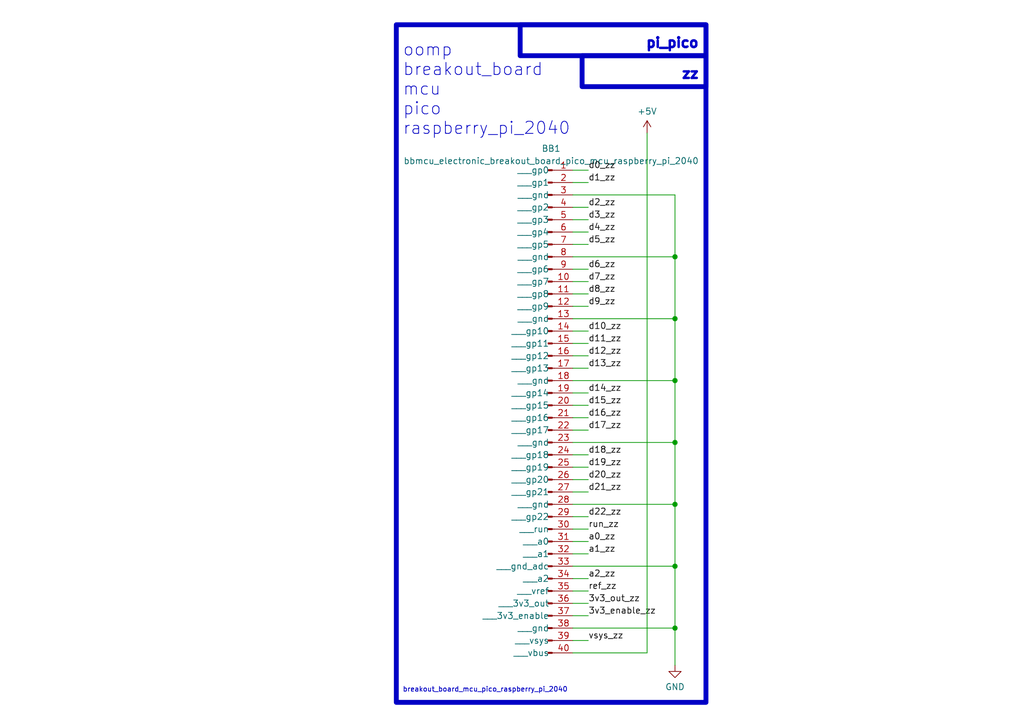
<source format=kicad_sch>
(kicad_sch (version 20230121) (generator eeschema)
  (paper "A5")
  (lib_symbols
    (symbol "oomlout_oomp_part_symbols:bbmcu_electronic_breakout_board_pico_mcu_raspberry_pi_2040" (pin_names (offset 1.016))
      (property "Reference" "BB" (at 0 50.8 0))
      (property "Value" "bbmcu_electronic_breakout_board_pico_mcu_raspberry_pi_2040" (at 0 -53.34 0))
      (symbol "bbmcu_electronic_breakout_board_pico_mcu_raspberry_pi_2040_1_1"
        (polyline (pts (xy 1.27 -50.8) (xy 0.8636 -50.8)) (stroke (width 0.1524)))
        (polyline (pts (xy 1.27 -48.26) (xy 0.8636 -48.26)) (stroke (width 0.1524)))
        (polyline (pts (xy 1.27 -45.72) (xy 0.8636 -45.72)) (stroke (width 0.1524)))
        (polyline (pts (xy 1.27 -43.18) (xy 0.8636 -43.18)) (stroke (width 0.1524)))
        (polyline (pts (xy 1.27 -40.64) (xy 0.8636 -40.64)) (stroke (width 0.1524)))
        (polyline (pts (xy 1.27 -38.1) (xy 0.8636 -38.1)) (stroke (width 0.1524)))
        (polyline (pts (xy 1.27 -35.56) (xy 0.8636 -35.56)) (stroke (width 0.1524)))
        (polyline (pts (xy 1.27 -33.02) (xy 0.8636 -33.02)) (stroke (width 0.1524)))
        (polyline (pts (xy 1.27 -30.48) (xy 0.8636 -30.48)) (stroke (width 0.1524)))
        (polyline (pts (xy 1.27 -27.94) (xy 0.8636 -27.94)) (stroke (width 0.1524)))
        (polyline (pts (xy 1.27 -25.4) (xy 0.8636 -25.4)) (stroke (width 0.1524)))
        (polyline (pts (xy 1.27 -22.86) (xy 0.8636 -22.86)) (stroke (width 0.1524)))
        (polyline (pts (xy 1.27 -20.32) (xy 0.8636 -20.32)) (stroke (width 0.1524)))
        (polyline (pts (xy 1.27 -17.78) (xy 0.8636 -17.78)) (stroke (width 0.1524)))
        (polyline (pts (xy 1.27 -15.24) (xy 0.8636 -15.24)) (stroke (width 0.1524)))
        (polyline (pts (xy 1.27 -12.7) (xy 0.8636 -12.7)) (stroke (width 0.1524)))
        (polyline (pts (xy 1.27 -10.16) (xy 0.8636 -10.16)) (stroke (width 0.1524)))
        (polyline (pts (xy 1.27 -7.62) (xy 0.8636 -7.62)) (stroke (width 0.1524)))
        (polyline (pts (xy 1.27 -5.08) (xy 0.8636 -5.08)) (stroke (width 0.1524)))
        (polyline (pts (xy 1.27 -2.54) (xy 0.8636 -2.54)) (stroke (width 0.1524)))
        (polyline (pts (xy 1.27 0) (xy 0.8636 0)) (stroke (width 0.1524)))
        (polyline (pts (xy 1.27 2.54) (xy 0.8636 2.54)) (stroke (width 0.1524)))
        (polyline (pts (xy 1.27 5.08) (xy 0.8636 5.08)) (stroke (width 0.1524)))
        (polyline (pts (xy 1.27 7.62) (xy 0.8636 7.62)) (stroke (width 0.1524)))
        (polyline (pts (xy 1.27 10.16) (xy 0.8636 10.16)) (stroke (width 0.1524)))
        (polyline (pts (xy 1.27 12.7) (xy 0.8636 12.7)) (stroke (width 0.1524)))
        (polyline (pts (xy 1.27 15.24) (xy 0.8636 15.24)) (stroke (width 0.1524)))
        (polyline (pts (xy 1.27 17.78) (xy 0.8636 17.78)) (stroke (width 0.1524)))
        (polyline (pts (xy 1.27 20.32) (xy 0.8636 20.32)) (stroke (width 0.1524)))
        (polyline (pts (xy 1.27 22.86) (xy 0.8636 22.86)) (stroke (width 0.1524)))
        (polyline (pts (xy 1.27 25.4) (xy 0.8636 25.4)) (stroke (width 0.1524)))
        (polyline (pts (xy 1.27 27.94) (xy 0.8636 27.94)) (stroke (width 0.1524)))
        (polyline (pts (xy 1.27 30.48) (xy 0.8636 30.48)) (stroke (width 0.1524)))
        (polyline (pts (xy 1.27 33.02) (xy 0.8636 33.02)) (stroke (width 0.1524)))
        (polyline (pts (xy 1.27 35.56) (xy 0.8636 35.56)) (stroke (width 0.1524)))
        (polyline (pts (xy 1.27 38.1) (xy 0.8636 38.1)) (stroke (width 0.1524)))
        (polyline (pts (xy 1.27 40.64) (xy 0.8636 40.64)) (stroke (width 0.1524)))
        (polyline (pts (xy 1.27 43.18) (xy 0.8636 43.18)) (stroke (width 0.1524)))
        (polyline (pts (xy 1.27 45.72) (xy 0.8636 45.72)) (stroke (width 0.1524)))
        (polyline (pts (xy 1.27 48.26) (xy 0.8636 48.26)) (stroke (width 0.1524)))
        (rectangle (start 0.8636 -50.673) (end 0 -50.927) (stroke (width 0.1524)) (fill (type outline)))
        (rectangle (start 0.8636 -48.133) (end 0 -48.387) (stroke (width 0.1524)) (fill (type outline)))
        (rectangle (start 0.8636 -45.593) (end 0 -45.847) (stroke (width 0.1524)) (fill (type outline)))
        (rectangle (start 0.8636 -43.053) (end 0 -43.307) (stroke (width 0.1524)) (fill (type outline)))
        (rectangle (start 0.8636 -40.513) (end 0 -40.767) (stroke (width 0.1524)) (fill (type outline)))
        (rectangle (start 0.8636 -37.973) (end 0 -38.227) (stroke (width 0.1524)) (fill (type outline)))
        (rectangle (start 0.8636 -35.433) (end 0 -35.687) (stroke (width 0.1524)) (fill (type outline)))
        (rectangle (start 0.8636 -32.893) (end 0 -33.147) (stroke (width 0.1524)) (fill (type outline)))
        (rectangle (start 0.8636 -30.353) (end 0 -30.607) (stroke (width 0.1524)) (fill (type outline)))
        (rectangle (start 0.8636 -27.813) (end 0 -28.067) (stroke (width 0.1524)) (fill (type outline)))
        (rectangle (start 0.8636 -25.273) (end 0 -25.527) (stroke (width 0.1524)) (fill (type outline)))
        (rectangle (start 0.8636 -22.733) (end 0 -22.987) (stroke (width 0.1524)) (fill (type outline)))
        (rectangle (start 0.8636 -20.193) (end 0 -20.447) (stroke (width 0.1524)) (fill (type outline)))
        (rectangle (start 0.8636 -17.653) (end 0 -17.907) (stroke (width 0.1524)) (fill (type outline)))
        (rectangle (start 0.8636 -15.113) (end 0 -15.367) (stroke (width 0.1524)) (fill (type outline)))
        (rectangle (start 0.8636 -12.573) (end 0 -12.827) (stroke (width 0.1524)) (fill (type outline)))
        (rectangle (start 0.8636 -10.033) (end 0 -10.287) (stroke (width 0.1524)) (fill (type outline)))
        (rectangle (start 0.8636 -7.493) (end 0 -7.747) (stroke (width 0.1524)) (fill (type outline)))
        (rectangle (start 0.8636 -4.953) (end 0 -5.207) (stroke (width 0.1524)) (fill (type outline)))
        (rectangle (start 0.8636 -2.413) (end 0 -2.667) (stroke (width 0.1524)) (fill (type outline)))
        (rectangle (start 0.8636 0.127) (end 0 -0.127) (stroke (width 0.1524)) (fill (type outline)))
        (rectangle (start 0.8636 2.667) (end 0 2.413) (stroke (width 0.1524)) (fill (type outline)))
        (rectangle (start 0.8636 5.207) (end 0 4.953) (stroke (width 0.1524)) (fill (type outline)))
        (rectangle (start 0.8636 7.747) (end 0 7.493) (stroke (width 0.1524)) (fill (type outline)))
        (rectangle (start 0.8636 10.287) (end 0 10.033) (stroke (width 0.1524)) (fill (type outline)))
        (rectangle (start 0.8636 12.827) (end 0 12.573) (stroke (width 0.1524)) (fill (type outline)))
        (rectangle (start 0.8636 15.367) (end 0 15.113) (stroke (width 0.1524)) (fill (type outline)))
        (rectangle (start 0.8636 17.907) (end 0 17.653) (stroke (width 0.1524)) (fill (type outline)))
        (rectangle (start 0.8636 20.447) (end 0 20.193) (stroke (width 0.1524)) (fill (type outline)))
        (rectangle (start 0.8636 22.987) (end 0 22.733) (stroke (width 0.1524)) (fill (type outline)))
        (rectangle (start 0.8636 25.527) (end 0 25.273) (stroke (width 0.1524)) (fill (type outline)))
        (rectangle (start 0.8636 28.067) (end 0 27.813) (stroke (width 0.1524)) (fill (type outline)))
        (rectangle (start 0.8636 30.607) (end 0 30.353) (stroke (width 0.1524)) (fill (type outline)))
        (rectangle (start 0.8636 33.147) (end 0 32.893) (stroke (width 0.1524)) (fill (type outline)))
        (rectangle (start 0.8636 35.687) (end 0 35.433) (stroke (width 0.1524)) (fill (type outline)))
        (rectangle (start 0.8636 38.227) (end 0 37.973) (stroke (width 0.1524)) (fill (type outline)))
        (rectangle (start 0.8636 40.767) (end 0 40.513) (stroke (width 0.1524)) (fill (type outline)))
        (rectangle (start 0.8636 43.307) (end 0 43.053) (stroke (width 0.1524)) (fill (type outline)))
        (rectangle (start 0.8636 45.847) (end 0 45.593) (stroke (width 0.1524)) (fill (type outline)))
        (rectangle (start 0.8636 48.387) (end 0 48.133) (stroke (width 0.1524)) (fill (type outline)))
        (pin passive line (at 5.08 48.26 180) (length 3.81) (name "___gp0") (number "1"))
        (pin passive line (at 5.08 25.4 180) (length 3.81) (name "___gp7") (number "10"))
        (pin passive line (at 5.08 22.86 180) (length 3.81) (name "___gp8") (number "11"))
        (pin passive line (at 5.08 20.32 180) (length 3.81) (name "___gp9") (number "12"))
        (pin passive line (at 5.08 17.78 180) (length 3.81) (name "___gnd") (number "13"))
        (pin passive line (at 5.08 15.24 180) (length 3.81) (name "___gp10") (number "14"))
        (pin passive line (at 5.08 12.7 180) (length 3.81) (name "___gp11") (number "15"))
        (pin passive line (at 5.08 10.16 180) (length 3.81) (name "___gp12") (number "16"))
        (pin passive line (at 5.08 7.62 180) (length 3.81) (name "___gp13") (number "17"))
        (pin passive line (at 5.08 5.08 180) (length 3.81) (name "___gnd") (number "18"))
        (pin passive line (at 5.08 2.54 180) (length 3.81) (name "___gp14") (number "19"))
        (pin passive line (at 5.08 45.72 180) (length 3.81) (name "___gp1") (number "2"))
        (pin passive line (at 5.08 0 180) (length 3.81) (name "___gp15") (number "20"))
        (pin passive line (at 5.08 -2.54 180) (length 3.81) (name "___gp16") (number "21"))
        (pin passive line (at 5.08 -5.08 180) (length 3.81) (name "___gp17") (number "22"))
        (pin passive line (at 5.08 -7.62 180) (length 3.81) (name "___gnd") (number "23"))
        (pin passive line (at 5.08 -10.16 180) (length 3.81) (name "___gp18") (number "24"))
        (pin passive line (at 5.08 -12.7 180) (length 3.81) (name "___gp19") (number "25"))
        (pin passive line (at 5.08 -15.24 180) (length 3.81) (name "___gp20") (number "26"))
        (pin passive line (at 5.08 -17.78 180) (length 3.81) (name "___gp21") (number "27"))
        (pin passive line (at 5.08 -20.32 180) (length 3.81) (name "___gnd") (number "28"))
        (pin passive line (at 5.08 -22.86 180) (length 3.81) (name "___gp22") (number "29"))
        (pin passive line (at 5.08 43.18 180) (length 3.81) (name "___gnd") (number "3"))
        (pin passive line (at 5.08 -25.4 180) (length 3.81) (name "___run") (number "30"))
        (pin passive line (at 5.08 -27.94 180) (length 3.81) (name "___a0") (number "31"))
        (pin passive line (at 5.08 -30.48 180) (length 3.81) (name "___a1") (number "32"))
        (pin passive line (at 5.08 -33.02 180) (length 3.81) (name "___gnd_adc") (number "33"))
        (pin passive line (at 5.08 -35.56 180) (length 3.81) (name "___a2") (number "34"))
        (pin passive line (at 5.08 -38.1 180) (length 3.81) (name "___vref") (number "35"))
        (pin passive line (at 5.08 -40.64 180) (length 3.81) (name "___3v3_out") (number "36"))
        (pin passive line (at 5.08 -43.18 180) (length 3.81) (name "___3v3_enable") (number "37"))
        (pin passive line (at 5.08 -45.72 180) (length 3.81) (name "___gnd") (number "38"))
        (pin passive line (at 5.08 -48.26 180) (length 3.81) (name "___vsys") (number "39"))
        (pin passive line (at 5.08 40.64 180) (length 3.81) (name "___gp2") (number "4"))
        (pin passive line (at 5.08 -50.8 180) (length 3.81) (name "___vbus") (number "40"))
        (pin passive line (at 5.08 38.1 180) (length 3.81) (name "___gp3") (number "5"))
        (pin passive line (at 5.08 35.56 180) (length 3.81) (name "___gp4") (number "6"))
        (pin passive line (at 5.08 33.02 180) (length 3.81) (name "___gp5") (number "7"))
        (pin passive line (at 5.08 30.48 180) (length 3.81) (name "___gnd") (number "8"))
        (pin passive line (at 5.08 27.94 180) (length 3.81) (name "___gp6") (number "9"))
      )
    )
    (symbol "power:+5V" (power) (pin_names (offset 0))
      (property "Value" "+5V" (at 0 3.556 0))
      (symbol "+5V_0_1"
        (polyline (pts (xy -0.762 1.27) (xy 0 2.54)))
        (polyline (pts (xy 0 0) (xy 0 2.54)))
        (polyline (pts (xy 0 2.54) (xy 0.762 1.27)))
      )
      (symbol "+5V_1_1"
        (pin power_in line (at 0 0 90) (length 0) hide (name "+5V") (number "1"))
      )
    )
    (symbol "power:GND" (power) (pin_names (offset 0))
      (property "Value" "GND" (at 0 -3.81 0))
      (symbol "GND_0_1"
        (polyline (pts (xy 0 0) (xy 0 -1.27) (xy 1.27 -1.27) (xy 0 -2.54) (xy -1.27 -1.27) (xy 0 -1.27)))
      )
      (symbol "GND_1_1"
        (pin power_in line (at 0 0 270) (length 0) hide (name "GND") (number "1"))
      )
    )
  )
  (junction (at 138.43 116.205))
  (junction (at 138.43 103.505))
  (junction (at 138.43 65.405))
  (junction (at 138.43 90.805))
  (junction (at 138.43 78.105))
  (junction (at 138.43 128.905))
  (junction (at 138.43 52.705))
  (wire (pts (xy 117.475 65.405) (xy 138.43 65.405)))
  (wire (pts (xy 138.43 65.405) (xy 138.43 78.105)))
  (wire (pts (xy 117.475 80.645) (xy 120.65 80.645)))
  (wire (pts (xy 117.475 83.185) (xy 120.65 83.185)))
  (wire (pts (xy 117.475 108.585) (xy 120.65 108.585)))
  (wire (pts (xy 117.475 37.465) (xy 120.65 37.465)))
  (wire (pts (xy 117.475 57.785) (xy 120.65 57.785)))
  (wire (pts (xy 138.43 116.205) (xy 138.43 128.905)))
  (wire (pts (xy 138.43 103.505) (xy 138.43 116.205)))
  (wire (pts (xy 117.475 106.045) (xy 120.65 106.045)))
  (wire (pts (xy 117.475 90.805) (xy 138.43 90.805)))
  (wire (pts (xy 117.475 116.205) (xy 138.43 116.205)))
  (wire (pts (xy 117.475 34.925) (xy 120.65 34.925)))
  (wire (pts (xy 117.475 78.105) (xy 138.43 78.105)))
  (wire (pts (xy 117.475 100.965) (xy 120.65 100.965)))
  (wire (pts (xy 117.475 131.445) (xy 120.65 131.445)))
  (wire (pts (xy 138.43 78.105) (xy 138.43 90.805)))
  (wire (pts (xy 138.43 40.005) (xy 138.43 52.705)))
  (wire (pts (xy 117.475 126.365) (xy 120.65 126.365)))
  (wire (pts (xy 117.475 45.085) (xy 120.65 45.085)))
  (wire (pts (xy 117.475 88.265) (xy 120.65 88.265)))
  (wire (pts (xy 117.475 50.165) (xy 120.65 50.165)))
  (wire (pts (xy 132.715 133.985) (xy 132.715 27.305)))
  (wire (pts (xy 117.475 62.865) (xy 120.65 62.865)))
  (wire (pts (xy 117.475 47.625) (xy 120.65 47.625)))
  (wire (pts (xy 117.475 118.745) (xy 120.65 118.745)))
  (wire (pts (xy 138.43 128.905) (xy 117.475 128.905)))
  (wire (pts (xy 117.475 103.505) (xy 138.43 103.505)))
  (wire (pts (xy 117.475 98.425) (xy 120.65 98.425)))
  (wire (pts (xy 117.475 95.885) (xy 120.65 95.885)))
  (wire (pts (xy 117.475 93.345) (xy 120.65 93.345)))
  (wire (pts (xy 117.475 113.665) (xy 120.65 113.665)))
  (wire (pts (xy 117.475 55.245) (xy 120.65 55.245)))
  (wire (pts (xy 117.475 67.945) (xy 120.65 67.945)))
  (wire (pts (xy 138.43 90.805) (xy 138.43 103.505)))
  (wire (pts (xy 138.43 52.705) (xy 138.43 65.405)))
  (wire (pts (xy 117.475 60.325) (xy 120.65 60.325)))
  (wire (pts (xy 117.475 75.565) (xy 120.65 75.565)))
  (wire (pts (xy 117.475 42.545) (xy 120.65 42.545)))
  (wire (pts (xy 117.475 133.985) (xy 132.715 133.985)))
  (wire (pts (xy 138.43 136.525) (xy 138.43 128.905)))
  (wire (pts (xy 117.475 123.825) (xy 120.65 123.825)))
  (wire (pts (xy 117.475 73.025) (xy 120.65 73.025)))
  (wire (pts (xy 117.475 40.005) (xy 138.43 40.005)))
  (wire (pts (xy 117.475 121.285) (xy 120.65 121.285)))
  (wire (pts (xy 117.475 111.125) (xy 120.65 111.125)))
  (wire (pts (xy 117.475 85.725) (xy 120.65 85.725)))
  (wire (pts (xy 117.475 70.485) (xy 120.65 70.485)))
  (wire (pts (xy 117.475 52.705) (xy 138.43 52.705)))
  (rectangle (start 119.38 11.43) (end 144.78 17.78) (stroke (width 1)))
  (rectangle (start 106.68 5.08) (end 144.78 11.43) (stroke (width 1)))
  (rectangle (start 81.28 5.08) (end 144.78 144.145) (stroke (width 1)))
  (text "oomp\nbreakout_board\nmcu\npico\nraspberry_pi_2040" (at 82.55 27.94 0) (effects (font (size 2.5 2.5)) (justify left bottom)))
  (text "breakout_board_mcu_pico_raspberry_pi_2040" (at 82.55 142.24 0) (effects (font (size 1 1)) (justify left bottom)))
  (text "pi_pico\n" (at 143.51 10.16 0) (effects (font (size 2 2) (thickness 0.8) bold) (justify right bottom)))
  (text "zz" (at 143.51 16.51 0) (effects (font (size 2 2) (thickness 0.8) bold) (justify right bottom)))
  (label "a1_zz" (at 120.65 113.665 0))
  (label "d3_zz" (at 120.65 45.085 0))
  (label "a2_zz" (at 120.65 118.745 0))
  (label "d10_zz" (at 120.65 67.945 0))
  (label "d16_zz" (at 120.65 85.725 0))
  (label "d18_zz" (at 120.65 93.345 0))
  (label "3v3_out_zz" (at 120.65 123.825 0))
  (label "d11_zz" (at 120.65 70.485 0))
  (label "d22_zz" (at 120.65 106.045 0))
  (label "d5_zz" (at 120.65 50.165 0))
  (label "d0_zz" (at 120.65 34.925 0))
  (label "d9_zz" (at 120.65 62.865 0))
  (label "d12_zz" (at 120.65 73.025 0))
  (label "vsys_zz" (at 120.65 131.445 0))
  (label "d4_zz" (at 120.65 47.625 0))
  (label "d19_zz" (at 120.65 95.885 0))
  (label "d14_zz" (at 120.65 80.645 0))
  (label "d8_zz" (at 120.65 60.325 0))
  (label "d6_zz" (at 120.65 55.245 0))
  (label "d17_zz" (at 120.65 88.265 0))
  (label "run_zz" (at 120.65 108.585 0))
  (label "d15_zz" (at 120.65 83.185 0))
  (label "d2_zz" (at 120.65 42.545 0))
  (label "d21_zz" (at 120.65 100.965 0))
  (label "d7_zz" (at 120.65 57.785 0))
  (label "d13_zz" (at 120.65 75.565 0))
  (label "d20_zz" (at 120.65 98.425 0))
  (label "d1_zz" (at 120.65 37.465 0))
  (label "ref_zz" (at 120.65 121.285 0))
  (label "3v3_enable_zz" (at 120.65 126.365 0))
  (label "a0_zz" (at 120.65 111.125 0))
  (symbol (lib_id "power:GND") (at 138.43 136.525 0) (unit 1)
    (property "Reference" "#PWR02" (effects hide))
    (property "Value" "GND" (at 138.43 140.97 0))
  )
  (symbol (lib_id "power:+5V") (at 132.715 27.305 0) (unit 1)
    (property "Reference" "#PWR01" (effects hide))
    (property "Value" "+5V" (at 132.715 22.86 0))
  )
  (symbol (lib_id "oomlout_oomp_part_symbols:bbmcu_electronic_breakout_board_pico_mcu_raspberry_pi_2040") (at 112.395 83.185 0) (unit 1)
    (property "Reference" "BB1" (at 113.03 30.48 0))
    (property "Value" "bbmcu_electronic_breakout_board_pico_mcu_raspberry_pi_2040" (at 113.03 33.02 0))
    (property "Footprint" "oomlout_oomp_part_footprints:bbmcu_electronic_breakout_board_pico_mcu_raspberry_pi_2040" (effects hide))
    (property "Datasheet" "https://github.com/oomlout/oomlout_oomp_v3/parts/electronic_breakout_board_pico_mcu_raspberry_pi_2040/datasheet.pdf" (effects hide))
  )
)
</source>
